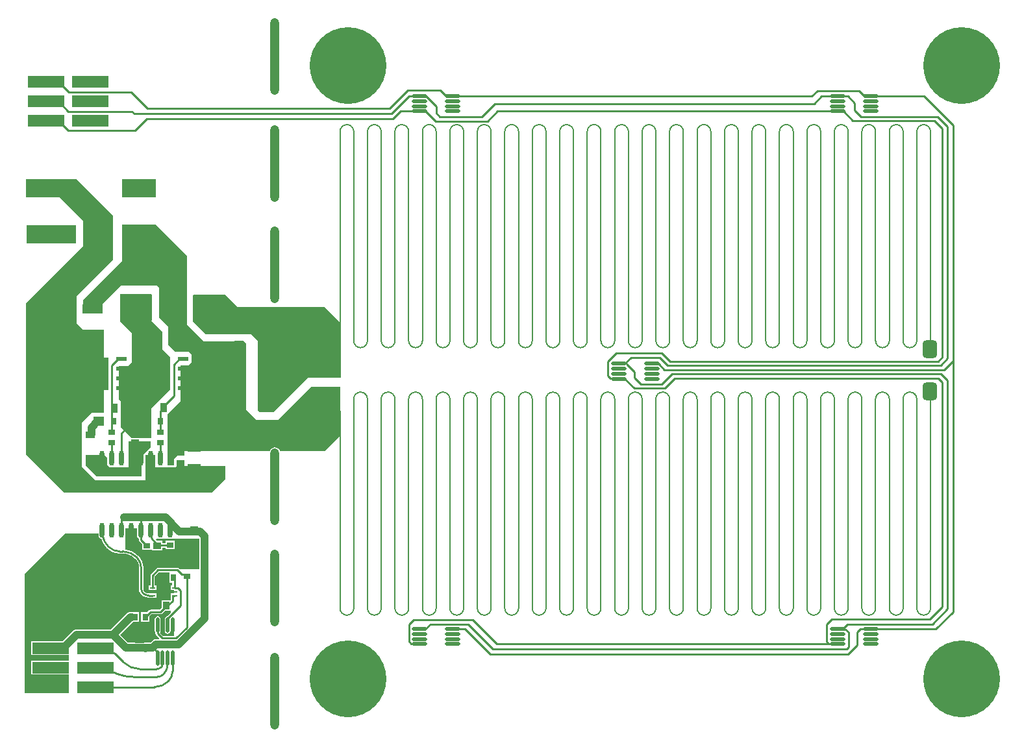
<source format=gtl>
G04*
G04 #@! TF.GenerationSoftware,Altium Limited,Altium Designer,23.9.2 (47)*
G04*
G04 Layer_Physical_Order=1*
G04 Layer_Color=255*
%FSLAX25Y25*%
%MOIN*%
G70*
G04*
G04 #@! TF.SameCoordinates,C371DFDB-9961-426A-A2C8-C1DE3340BBDC*
G04*
G04*
G04 #@! TF.FilePolarity,Positive*
G04*
G01*
G75*
%ADD10C,0.00984*%
%ADD12C,0.00787*%
%ADD17R,0.16535X0.16732*%
%ADD18R,0.05709X0.02165*%
%ADD19R,0.03740X0.03150*%
%ADD20O,0.07874X0.01772*%
G04:AMPARAMS|DCode=21|XSize=19.68mil|YSize=7.87mil|CornerRadius=1.97mil|HoleSize=0mil|Usage=FLASHONLY|Rotation=0.000|XOffset=0mil|YOffset=0mil|HoleType=Round|Shape=RoundedRectangle|*
%AMROUNDEDRECTD21*
21,1,0.01968,0.00394,0,0,0.0*
21,1,0.01575,0.00787,0,0,0.0*
1,1,0.00394,0.00787,-0.00197*
1,1,0.00394,-0.00787,-0.00197*
1,1,0.00394,-0.00787,0.00197*
1,1,0.00394,0.00787,0.00197*
%
%ADD21ROUNDEDRECTD21*%
G04:AMPARAMS|DCode=22|XSize=75.2mil|YSize=90.55mil|CornerRadius=18.8mil|HoleSize=0mil|Usage=FLASHONLY|Rotation=0.000|XOffset=0mil|YOffset=0mil|HoleType=Round|Shape=RoundedRectangle|*
%AMROUNDEDRECTD22*
21,1,0.07520,0.05295,0,0,0.0*
21,1,0.03760,0.09055,0,0,0.0*
1,1,0.03760,0.01880,-0.02648*
1,1,0.03760,-0.01880,-0.02648*
1,1,0.03760,-0.01880,0.02648*
1,1,0.03760,0.01880,0.02648*
%
%ADD22ROUNDEDRECTD22*%
G04:AMPARAMS|DCode=23|XSize=74.8mil|YSize=23.62mil|CornerRadius=9.45mil|HoleSize=0mil|Usage=FLASHONLY|Rotation=90.000|XOffset=0mil|YOffset=0mil|HoleType=Round|Shape=RoundedRectangle|*
%AMROUNDEDRECTD23*
21,1,0.07480,0.00472,0,0,90.0*
21,1,0.05591,0.02362,0,0,90.0*
1,1,0.01890,0.00236,0.02795*
1,1,0.01890,0.00236,-0.02795*
1,1,0.01890,-0.00236,-0.02795*
1,1,0.01890,-0.00236,0.02795*
%
%ADD23ROUNDEDRECTD23*%
%ADD24R,0.05709X0.04528*%
%ADD25R,0.03150X0.03740*%
%ADD26R,0.16142X0.13780*%
%ADD27R,0.03583X0.04803*%
%ADD28O,0.01772X0.07874*%
%ADD29R,0.18701X0.06000*%
%ADD30R,0.09843X0.04921*%
%ADD31R,0.04921X0.09843*%
%ADD32R,0.04724X0.03347*%
%ADD33R,0.04134X0.06299*%
%ADD34R,0.06717X0.04349*%
G04:AMPARAMS|DCode=35|XSize=53.15mil|YSize=64.96mil|CornerRadius=13.29mil|HoleSize=0mil|Usage=FLASHONLY|Rotation=90.000|XOffset=0mil|YOffset=0mil|HoleType=Round|Shape=RoundedRectangle|*
%AMROUNDEDRECTD35*
21,1,0.05315,0.03839,0,0,90.0*
21,1,0.02657,0.06496,0,0,90.0*
1,1,0.02657,0.01919,0.01329*
1,1,0.02657,0.01919,-0.01329*
1,1,0.02657,-0.01919,-0.01329*
1,1,0.02657,-0.01919,0.01329*
%
%ADD35ROUNDEDRECTD35*%
%ADD36R,0.02756X0.00984*%
%ADD37R,0.04134X0.03740*%
%ADD38R,0.03740X0.04134*%
%ADD39R,0.25591X0.09449*%
%ADD40R,0.17717X0.09449*%
%ADD41R,0.04182X0.04952*%
%ADD68C,0.03937*%
%ADD69O,0.04724X0.39370*%
%ADD70C,0.39370*%
G36*
X110630Y230315D02*
X155512D01*
X163779Y222047D01*
Y193898D01*
X146653Y193898D01*
X129134Y176378D01*
X122047D01*
X121260Y177165D01*
Y212598D01*
X117717Y216142D01*
X94488D01*
X87795Y222835D01*
Y236221D01*
X88189Y236614D01*
X104331D01*
X110630Y230315D01*
D02*
G37*
G36*
X66535Y223228D02*
X72047Y217717D01*
Y208661D01*
X75984Y204724D01*
Y187795D01*
X66535Y178347D01*
Y162992D01*
X56299D01*
X50787Y168504D01*
Y181890D01*
X49606Y183071D01*
Y200000D01*
X54331D01*
X56299Y201969D01*
Y216929D01*
X50394Y222835D01*
Y237008D01*
X66535D01*
Y223228D01*
D02*
G37*
G36*
X84646Y256693D02*
Y221260D01*
X93307Y212598D01*
X113779D01*
X114961Y211417D01*
Y177559D01*
X120276Y172244D01*
X131299D01*
X148425Y189370D01*
X163386D01*
Y164173D01*
X155512Y156299D01*
X132628D01*
X132501Y156607D01*
X132027Y157224D01*
X131410Y157697D01*
X130692Y157995D01*
X129921Y158096D01*
X129150Y157995D01*
X128432Y157697D01*
X127815Y157224D01*
X127342Y156607D01*
X127215Y156299D01*
X82972Y156299D01*
X82284Y156299D01*
X78248Y152264D01*
Y148819D01*
X74803D01*
Y156299D01*
Y175197D01*
X81496Y181890D01*
Y200394D01*
X85433D01*
X87008Y201969D01*
Y205906D01*
X85827Y207087D01*
X78740D01*
X75197Y210630D01*
Y220079D01*
X70472Y224803D01*
Y240158D01*
X69291Y241339D01*
X50787D01*
X41339Y231890D01*
Y226772D01*
X31496D01*
X31496Y233858D01*
X51575Y253937D01*
Y272441D01*
X68898D01*
X84646Y256693D01*
D02*
G37*
G36*
X65945Y157972D02*
X61516Y153543D01*
Y143110D01*
X38484D01*
X32874Y148721D01*
Y154331D01*
X42224D01*
X43602Y152953D01*
X43602Y149409D01*
X44980Y148031D01*
X54823D01*
Y161221D01*
X65945D01*
X65945Y157972D01*
D02*
G37*
G36*
X46850Y277165D02*
Y254724D01*
X27953Y235827D01*
Y222047D01*
X31496Y218504D01*
X42126D01*
X42224Y218406D01*
Y175984D01*
X36122D01*
X30906Y170768D01*
X30906Y147933D01*
X37697Y141142D01*
X63484D01*
X63484Y154134D01*
X68504Y154134D01*
X68504Y147933D01*
X79134D01*
Y148072D01*
X79488Y148425D01*
X84646Y148425D01*
X104331D01*
Y141732D01*
X104232Y141634D01*
X97736Y135039D01*
X21358Y135039D01*
X1969Y154429D01*
Y231890D01*
X31496Y261417D01*
Y274410D01*
X19291Y286614D01*
X1969D01*
Y296063D01*
X27953D01*
X46850Y277165D01*
D02*
G37*
G36*
X59252Y112106D02*
X60018Y111340D01*
Y110531D01*
X60102Y110109D01*
X60342Y109751D01*
X61614Y108478D01*
Y105512D01*
X66535D01*
X66929Y105255D01*
Y105217D01*
X72244D01*
Y106689D01*
X73622D01*
Y105807D01*
X78543D01*
Y110138D01*
X73622D01*
Y108897D01*
X72244D01*
Y110138D01*
X69376D01*
X68755Y110758D01*
X68947Y111221D01*
X70735D01*
X70886Y111190D01*
X71358D01*
X71509Y111221D01*
X75735D01*
X75886Y111190D01*
X76358D01*
X76509Y111221D01*
X91045D01*
Y95770D01*
X90847Y95571D01*
X81198D01*
X80509Y96260D01*
X80028D01*
X79921Y96281D01*
X69890D01*
X69468Y96197D01*
X69110Y95958D01*
X66345Y93193D01*
X66106Y92835D01*
X66022Y92413D01*
Y87098D01*
X65158D01*
Y84932D01*
X67019D01*
X67126Y84911D01*
X67233Y84932D01*
X69095D01*
Y87098D01*
X68230D01*
Y91955D01*
X70348Y94073D01*
X75619D01*
X75689Y93602D01*
X75689D01*
Y88681D01*
X77243D01*
Y87098D01*
X76378D01*
Y84932D01*
X78240D01*
X78248Y84931D01*
Y83182D01*
X77461D01*
X77354Y83161D01*
X76378D01*
Y82185D01*
X76357Y82078D01*
Y79797D01*
X76036Y79528D01*
X71752D01*
Y75774D01*
X70803Y74824D01*
X66052D01*
X65629Y74740D01*
X65271Y74501D01*
X64187Y73417D01*
X61221D01*
Y68495D01*
X65551D01*
Y71659D01*
X66509Y72617D01*
X71260D01*
X71682Y72701D01*
X72040Y72940D01*
X73313Y74213D01*
X76378D01*
Y73333D01*
X74613Y71568D01*
X74590Y71532D01*
X74467Y71410D01*
X74227Y71363D01*
X73739Y71036D01*
X73412Y70548D01*
X73298Y69972D01*
Y63869D01*
X73412Y63293D01*
X73739Y62805D01*
X74227Y62479D01*
X74803Y62364D01*
X75379Y62479D01*
X75867Y62805D01*
X76194Y63293D01*
X76308Y63869D01*
Y67618D01*
X78248D01*
Y61233D01*
X72505D01*
X70823Y62915D01*
X71076Y63293D01*
X71190Y63869D01*
Y69972D01*
X71076Y70548D01*
X70749Y71036D01*
X70261Y71363D01*
X69685Y71477D01*
X69109Y71363D01*
X68621Y71036D01*
X68294Y70548D01*
X68180Y69972D01*
Y63869D01*
X68294Y63293D01*
X68581Y62864D01*
Y62491D01*
X68665Y62069D01*
X68905Y61711D01*
X70494Y60121D01*
X70303Y59659D01*
X68849D01*
X68181Y59571D01*
X67558Y59313D01*
X67023Y58903D01*
X66113Y57993D01*
X63508D01*
X62840Y57905D01*
X62323Y57691D01*
X58510D01*
X58247Y57800D01*
X57579Y57888D01*
X54401D01*
X50289Y61999D01*
X56705Y68415D01*
X57066Y68463D01*
X57144Y68495D01*
X60236D01*
Y73417D01*
X57144D01*
X57066Y73449D01*
X56398Y73537D01*
X55595D01*
X54927Y73449D01*
X54305Y73191D01*
X53770Y72781D01*
X45570Y64580D01*
X28043D01*
X27375Y64492D01*
X26753Y64235D01*
X26218Y63824D01*
X21055Y58661D01*
X4823D01*
Y51480D01*
X24016D01*
Y48661D01*
X4823D01*
Y41480D01*
X24016D01*
Y31902D01*
X1634Y31824D01*
X1280Y32177D01*
Y93204D01*
X22205Y113968D01*
X39320D01*
Y112756D01*
X39439Y112157D01*
X39779Y111649D01*
X40287Y111310D01*
X40628Y111242D01*
X41358Y109481D01*
X42379Y107814D01*
X43340Y106689D01*
X43653Y106316D01*
Y106316D01*
X43653Y106316D01*
X45055Y105165D01*
X46664Y104305D01*
X48409Y103776D01*
X49729Y103646D01*
X49737Y103645D01*
X49746Y103644D01*
X50225Y103597D01*
X50227Y103597D01*
X50717Y103621D01*
X51763D01*
X51811Y103630D01*
X53502Y103463D01*
X55173Y102956D01*
X56714Y102133D01*
X58027Y101055D01*
X58054Y101015D01*
X58259Y100810D01*
X58264Y100806D01*
X59049Y99850D01*
X59635Y98753D01*
X59996Y97563D01*
X60117Y96336D01*
X60117Y96332D01*
X60117Y96329D01*
X60117Y96325D01*
Y85259D01*
X60105D01*
X60235Y84274D01*
X60615Y83357D01*
X61219Y82569D01*
X61209Y82559D01*
X62348Y81685D01*
X63674Y81136D01*
X65097Y80948D01*
Y80974D01*
X67126D01*
X67233Y80995D01*
X69095D01*
Y83161D01*
X67233D01*
X67126Y83182D01*
X65097D01*
Y83183D01*
X64252Y83294D01*
X63465Y83620D01*
X62789Y84139D01*
X62525Y84529D01*
X62443Y84651D01*
X62323Y85254D01*
X62324Y85259D01*
Y96325D01*
X62344D01*
X62344Y96333D01*
X62296Y96814D01*
X62180Y97997D01*
X61692Y99605D01*
X60900Y101086D01*
X59965Y102226D01*
X59834Y102385D01*
D01*
X59626Y102584D01*
X59624Y102585D01*
X59471Y102716D01*
X58298Y103718D01*
X56810Y104630D01*
X55199Y105297D01*
X53502Y105704D01*
X52953Y105748D01*
Y116634D01*
X59252D01*
X59252Y112106D01*
D02*
G37*
D10*
X47760Y52141D02*
G03*
X40689Y55070I-7071J-7071D01*
G01*
X46460Y42886D02*
G03*
X41188Y45070I-5272J-5272D01*
G01*
X48894Y41770D02*
G03*
X56982Y40256I8085J20836D01*
G01*
X46460Y42886D02*
G03*
X48894Y41770I10520J19719D01*
G01*
X52091Y47811D02*
G03*
X60588Y44291I8497J8497D01*
G01*
X71788Y45447D02*
G03*
X72244Y46735I-1569J1280D01*
G01*
X71720Y45373D02*
G03*
X71788Y45447I-692J700D01*
G01*
X69043Y44291D02*
G03*
X71720Y45373I29J3782D01*
G01*
X75197Y37992D02*
G03*
X77362Y43220I-5228J5228D01*
G01*
X68143Y35070D02*
G03*
X75197Y37992I0J9976D01*
G01*
X72736Y41597D02*
G03*
X74803Y46593I-5001J4996D01*
G01*
X69497Y40256D02*
G03*
X72736Y41597I4J4570D01*
G01*
X58834Y101795D02*
G03*
X51763Y104724I-7071J-7071D01*
G01*
X44448Y107113D02*
G03*
X50227Y104724I5776J5790D01*
G01*
X61221Y96332D02*
G03*
X59039Y101590I-7446J-7D01*
G01*
X41359Y112824D02*
G03*
X44448Y107113I11099J2313D01*
G01*
X61221Y96325D02*
G03*
X61221Y96332I-7446J0D01*
G01*
Y85259D02*
G03*
X62008Y83358I2688J0D01*
G01*
D02*
G03*
X65097Y82078I3089J3089D01*
G01*
X23673Y320866D02*
X58071D01*
X18752Y325787D02*
X23673Y320866D01*
X58071D02*
X63976Y326772D01*
X12402Y325787D02*
X18752D01*
X421949Y330610D02*
Y330807D01*
X207382Y330610D02*
Y330807D01*
X18752Y335787D02*
X23831Y330709D01*
X56506D02*
X57687Y329528D01*
X23831Y330709D02*
X56506D01*
X57687Y329528D02*
X189764D01*
X12402Y335787D02*
X18752D01*
X56210Y340551D02*
X64399Y332362D01*
X18752Y345787D02*
X23988Y340551D01*
X56210D01*
X12402Y345787D02*
X18752D01*
X84646Y65543D02*
Y91536D01*
X83268Y92913D02*
X84646Y91536D01*
X82185Y92913D02*
X83268D01*
X79921Y95177D02*
X82185Y92913D01*
X69890Y95177D02*
X79921D01*
X69497Y40256D02*
X69497Y40256D01*
X37598Y45070D02*
X41188D01*
X37598Y35070D02*
X68143D01*
X47760Y52141D02*
X52091Y47811D01*
X37598Y55070D02*
X40689D01*
X56982Y40256D02*
X56986Y40256D01*
X69497D01*
X60588Y44291D02*
X69043D01*
X72244Y46940D02*
Y49991D01*
X72244Y46735D02*
X72244Y46940D01*
X77362Y43220D02*
Y49991D01*
X74803Y46593D02*
Y49991D01*
X50227Y104724D02*
X50231Y104724D01*
X51763D01*
X58834Y101795D02*
X59039Y101590D01*
X41358Y113808D02*
X41359D01*
X41129Y115551D02*
X41358Y112824D01*
X61221Y85259D02*
Y96325D01*
X63779Y107874D02*
X64075D01*
X61122Y110531D02*
X63779Y107874D01*
X61122Y110531D02*
Y115551D01*
X66122D02*
X66505Y115168D01*
Y111447D02*
X69587Y108366D01*
X66505Y111447D02*
Y115168D01*
X69587Y107793D02*
Y108366D01*
Y107793D02*
X76083D01*
X67126Y92413D02*
X69890Y95177D01*
X78347Y91043D02*
X78445Y91142D01*
X78347Y86015D02*
Y91043D01*
X63681Y71350D02*
X66052Y73721D01*
X71260D01*
X74213Y76673D01*
Y76870D01*
X63681Y70956D02*
Y71350D01*
X74213Y76840D02*
Y76870D01*
Y76840D02*
X74369Y76684D01*
X77461Y82078D02*
X78347D01*
X77461Y79283D02*
Y82078D01*
X74369Y76684D02*
X77461Y79283D01*
X64399Y332362D02*
X188661D01*
X63976Y326772D02*
X190551Y326772D01*
X61122Y115551D02*
Y122146D01*
X51122Y120709D02*
X52559Y122146D01*
X51122Y115551D02*
Y120709D01*
X65097Y82078D02*
X67126D01*
X77953Y184705D02*
Y200748D01*
X72598Y179350D02*
X77953Y184705D01*
X71260Y171653D02*
Y176791D01*
Y166043D02*
Y171653D01*
X72598Y178130D02*
Y179350D01*
X71260Y176791D02*
X72598Y178130D01*
X71063Y165847D02*
X71260Y166043D01*
X71043Y160512D02*
X71063Y160531D01*
X71043Y152559D02*
Y160512D01*
X51083Y152598D02*
Y165452D01*
X51043Y152559D02*
X51083Y152598D01*
Y165452D02*
X53347Y167716D01*
X46043Y160413D02*
X46161Y160531D01*
X46043Y152559D02*
Y160413D01*
X46161Y170374D02*
X47244Y171457D01*
X46161Y165847D02*
Y170374D01*
Y172539D02*
Y178150D01*
Y200295D01*
Y172539D02*
X47244Y171457D01*
X46161Y200295D02*
X49409Y203543D01*
X67182Y55411D02*
X69685Y53043D01*
Y49991D02*
Y53043D01*
X217815Y338484D02*
X221063D01*
X214665Y341634D02*
X217815Y338484D01*
X197933Y341634D02*
X214665D01*
X188661Y332362D02*
X197933Y341634D01*
X198721Y338484D02*
X204134D01*
X189764Y329528D02*
X198721Y338484D01*
X194587Y330807D02*
X207382D01*
X190551Y326772D02*
X194587Y330807D01*
X79232Y60129D02*
X84646Y65543D01*
X80118Y86015D02*
X81496Y84637D01*
Y76889D02*
Y84637D01*
X75394Y70787D02*
X81496Y76889D01*
X231299Y69587D02*
X243701Y57185D01*
X200984Y69587D02*
X231299D01*
X243701Y57185D02*
X414217D01*
X241732Y54528D02*
X423560D01*
X209646Y67323D02*
X228937D01*
X241732Y54528D01*
X221063Y64862D02*
X227559D01*
X240354Y52067D02*
X424213D01*
X227559Y64862D02*
X240354Y52067D01*
X415917Y69882D02*
X465945D01*
X472441Y76378D01*
X413189Y67154D02*
X415917Y69882D01*
X422887Y64711D02*
X424464Y63135D01*
X422020Y64711D02*
X422887D01*
X424464Y55431D02*
Y63135D01*
X421869Y64862D02*
X422020Y64711D01*
X418701Y64862D02*
X421869D01*
X317913Y190551D02*
X328543D01*
X333760Y195768D02*
X471850D01*
X328543Y190551D02*
X333760Y195768D01*
X314469Y188484D02*
X330118D01*
X335236Y193602D02*
X470411D01*
X330118Y188484D02*
X335236Y193602D01*
X314581Y193884D02*
X317913Y190551D01*
X309547Y193405D02*
X314469Y188484D01*
X309459Y201083D02*
X312608Y204232D01*
X309459Y201083D02*
X310485D01*
X312608Y204232D02*
X327461D01*
X331299Y200394D02*
X471654D01*
X327461Y204232D02*
X331299Y200394D01*
X305020Y206594D02*
X328445D01*
X332677Y202362D01*
X470276D01*
X300787Y202362D02*
X305020Y206594D01*
X78347Y86015D02*
X80118D01*
X67126D02*
Y92413D01*
X72244Y66921D02*
Y70185D01*
X77362Y63656D02*
Y66921D01*
X72395Y63494D02*
Y66770D01*
X72244Y66921D02*
X72395Y66770D01*
X69685Y62491D02*
X72047Y60129D01*
X79232D01*
X75394Y70775D02*
Y70787D01*
X74803Y70185D02*
X75394Y70775D01*
X74803Y66921D02*
Y70185D01*
X69685Y66921D02*
X69685Y66921D01*
Y62491D02*
Y66921D01*
X306496Y201083D02*
X309459D01*
X314581Y193884D02*
Y196836D01*
X471654Y200394D02*
X475197Y203937D01*
X329752Y198031D02*
X473327D01*
X327292Y200492D02*
X329752Y198031D01*
X473327D02*
X477953Y202658D01*
X470411Y193602D02*
X472441Y191572D01*
X471850Y195768D02*
X475197Y192421D01*
Y75197D02*
Y192421D01*
X470276Y202362D02*
X472441Y204528D01*
Y322047D01*
X475197Y203937D02*
Y322835D01*
X477953Y73622D02*
Y202658D01*
Y323622D01*
X472441Y76378D02*
Y191572D01*
X306496Y193405D02*
X309547D01*
X306400Y193501D02*
X306496Y193405D01*
X323425Y201083D02*
X326689D01*
X327280Y200492D02*
X327292D01*
X326689Y201083D02*
X327280Y200492D01*
X413189Y58214D02*
X414217Y57185D01*
X418701D01*
X413189Y58214D02*
Y67154D01*
X207185Y64862D02*
X209646Y67323D01*
X198622Y58465D02*
X199751Y57336D01*
X203983D01*
X198622Y58465D02*
Y67224D01*
X203983Y57336D02*
X204134Y57185D01*
X198622Y67224D02*
X200984Y69587D01*
X204134Y64862D02*
X207185D01*
X435630Y338484D02*
X463091D01*
X432579D02*
X435630D01*
X428740Y56595D02*
Y63217D01*
X424213Y52067D02*
X428740Y56595D01*
X423560Y54528D02*
X424464Y55431D01*
X421869Y65193D02*
X422146Y65469D01*
Y65639D02*
X423829Y67323D01*
X467323D01*
X422146Y65469D02*
Y65639D01*
X467323Y67323D02*
X475197Y75197D01*
X435630Y64862D02*
X469193D01*
X428740Y63217D02*
X430385Y64862D01*
X435630D01*
X469193D02*
X477953Y73622D01*
X300787Y194882D02*
Y202362D01*
Y194882D02*
X302168Y193501D01*
X306400D01*
X310485Y200932D02*
X314581Y196836D01*
X468504Y325984D02*
X472441Y322047D01*
X470079Y327953D02*
X475197Y322835D01*
X463091Y338484D02*
X477953Y323622D01*
X430709Y327953D02*
X470079D01*
X426575Y325984D02*
X468504D01*
X427559Y331102D02*
X430709Y327953D01*
X427559Y331102D02*
Y335039D01*
X410532Y338484D02*
X418701D01*
X424114D01*
X427559Y335039D01*
X418701Y330807D02*
X421949D01*
Y330610D02*
X426575Y325984D01*
X212402Y325590D02*
X238976D01*
X244193Y330807D01*
X418701D01*
X406693Y334646D02*
X410532Y338484D01*
X236221Y327953D02*
X242913Y334646D01*
X406693D01*
X212598Y329921D02*
Y333296D01*
X208000Y337894D02*
X212598Y333296D01*
Y329921D02*
X214567Y327953D01*
X204134Y338484D02*
X207398D01*
X408268Y341339D02*
X429724D01*
X405413Y338484D02*
X408268Y341339D01*
X429724D02*
X432579Y338484D01*
X221063D02*
X405413D01*
X214567Y327953D02*
X236221D01*
X207398Y338484D02*
X207989Y337894D01*
X208000D01*
X207382Y330610D02*
X212402Y325590D01*
X49409Y203543D02*
X51181D01*
X80905Y203701D02*
X82677D01*
X77953Y200748D02*
X80905Y203701D01*
D12*
X459395Y183021D02*
G03*
X455870Y186546I-3525J0D01*
G01*
Y209344D02*
G03*
X459395Y212869I0J3525D01*
G01*
X455870Y186546D02*
G03*
X452345Y183021I0J-3525D01*
G01*
Y212869D02*
G03*
X455870Y209344I3525J0D01*
G01*
X445295Y183021D02*
G03*
X441770Y186546I-3525J0D01*
G01*
Y209344D02*
G03*
X445295Y212869I0J3525D01*
G01*
X441770Y186546D02*
G03*
X438245Y183021I0J-3525D01*
G01*
Y212869D02*
G03*
X441770Y209344I3525J0D01*
G01*
X431195Y183021D02*
G03*
X427670Y186546I-3525J0D01*
G01*
Y209344D02*
G03*
X431195Y212869I0J3525D01*
G01*
X427670Y186546D02*
G03*
X424145Y183021I0J-3525D01*
G01*
Y212869D02*
G03*
X427670Y209344I3525J0D01*
G01*
X417095Y183021D02*
G03*
X413570Y186546I-3525J0D01*
G01*
Y209344D02*
G03*
X417095Y212869I0J3525D01*
G01*
X413570Y186546D02*
G03*
X410045Y183021I0J-3525D01*
G01*
Y212869D02*
G03*
X413570Y209344I3525J0D01*
G01*
X402995Y183021D02*
G03*
X399470Y186546I-3525J0D01*
G01*
Y209344D02*
G03*
X402995Y212869I0J3525D01*
G01*
X399470Y186546D02*
G03*
X395945Y183021I0J-3525D01*
G01*
Y212869D02*
G03*
X399470Y209344I3525J0D01*
G01*
X388895Y183021D02*
G03*
X385370Y186546I-3525J0D01*
G01*
Y209344D02*
G03*
X388895Y212869I0J3525D01*
G01*
X385370Y186546D02*
G03*
X381845Y183021I0J-3525D01*
G01*
Y212869D02*
G03*
X385370Y209344I3525J0D01*
G01*
X374795Y183021D02*
G03*
X371270Y186546I-3525J0D01*
G01*
Y209344D02*
G03*
X374795Y212869I0J3525D01*
G01*
X371270Y186546D02*
G03*
X367745Y183021I0J-3525D01*
G01*
Y212869D02*
G03*
X371270Y209344I3525J0D01*
G01*
X360695Y183021D02*
G03*
X357170Y186546I-3525J0D01*
G01*
Y209344D02*
G03*
X360695Y212869I0J3525D01*
G01*
X357170Y186546D02*
G03*
X353645Y183021I0J-3525D01*
G01*
Y212869D02*
G03*
X357170Y209344I3525J0D01*
G01*
X346595Y183021D02*
G03*
X343070Y186546I-3525J0D01*
G01*
Y209344D02*
G03*
X346595Y212869I0J3525D01*
G01*
X343070Y186546D02*
G03*
X339545Y183021I0J-3525D01*
G01*
Y212869D02*
G03*
X343070Y209344I3525J0D01*
G01*
X332495Y183021D02*
G03*
X328970Y186546I-3525J0D01*
G01*
Y209344D02*
G03*
X332495Y212869I0J3525D01*
G01*
X328970Y186546D02*
G03*
X325445Y183021I0J-3525D01*
G01*
Y212869D02*
G03*
X328970Y209344I3525J0D01*
G01*
X318395Y183021D02*
G03*
X314870Y186546I-3525J0D01*
G01*
Y209344D02*
G03*
X318395Y212869I0J3525D01*
G01*
X314870Y186546D02*
G03*
X311345Y183021I0J-3525D01*
G01*
Y212869D02*
G03*
X314870Y209344I3525J0D01*
G01*
X304295Y183021D02*
G03*
X300770Y186546I-3525J0D01*
G01*
Y209344D02*
G03*
X304295Y212869I0J3525D01*
G01*
X300770Y186546D02*
G03*
X297245Y183021I0J-3525D01*
G01*
Y212869D02*
G03*
X300770Y209344I3525J0D01*
G01*
X290195Y183021D02*
G03*
X286670Y186546I-3525J0D01*
G01*
Y209344D02*
G03*
X290195Y212869I0J3525D01*
G01*
X286670Y186546D02*
G03*
X283145Y183021I0J-3525D01*
G01*
Y212869D02*
G03*
X286670Y209344I3525J0D01*
G01*
X276095Y183021D02*
G03*
X272570Y186546I-3525J0D01*
G01*
Y209344D02*
G03*
X276095Y212869I0J3525D01*
G01*
X272570Y186546D02*
G03*
X269045Y183021I0J-3525D01*
G01*
Y212869D02*
G03*
X272570Y209344I3525J0D01*
G01*
X261995Y183021D02*
G03*
X258470Y186546I-3525J0D01*
G01*
Y209344D02*
G03*
X261995Y212869I0J3525D01*
G01*
X258470Y186546D02*
G03*
X254945Y183021I0J-3525D01*
G01*
Y212869D02*
G03*
X258470Y209344I3525J0D01*
G01*
X247895Y183021D02*
G03*
X244370Y186546I-3525J0D01*
G01*
Y209344D02*
G03*
X247895Y212869I0J3525D01*
G01*
X244370Y186546D02*
G03*
X240845Y183021I0J-3525D01*
G01*
Y212869D02*
G03*
X244370Y209344I3525J0D01*
G01*
X233795Y183021D02*
G03*
X230270Y186546I-3525J0D01*
G01*
Y209344D02*
G03*
X233795Y212869I0J3525D01*
G01*
X230270Y186546D02*
G03*
X226745Y183021I0J-3525D01*
G01*
Y212869D02*
G03*
X230270Y209344I3525J0D01*
G01*
X219695Y183021D02*
G03*
X216170Y186546I-3525J0D01*
G01*
Y209344D02*
G03*
X219695Y212869I0J3525D01*
G01*
X216170Y186546D02*
G03*
X212645Y183021I0J-3525D01*
G01*
Y212869D02*
G03*
X216170Y209344I3525J0D01*
G01*
X205595Y183021D02*
G03*
X202070Y186546I-3525J0D01*
G01*
Y209344D02*
G03*
X205595Y212869I0J3525D01*
G01*
X202070Y186546D02*
G03*
X198545Y183021I0J-3525D01*
G01*
Y212869D02*
G03*
X202070Y209344I3525J0D01*
G01*
X191495Y183021D02*
G03*
X187970Y186546I-3525J0D01*
G01*
Y209344D02*
G03*
X191495Y212869I0J3525D01*
G01*
X187970Y186546D02*
G03*
X184445Y183021I0J-3525D01*
G01*
Y212869D02*
G03*
X187970Y209344I3525J0D01*
G01*
X177395Y183021D02*
G03*
X173870Y186546I-3525J0D01*
G01*
Y209344D02*
G03*
X177395Y212869I0J3525D01*
G01*
X173870Y186546D02*
G03*
X170345Y183021I0J-3525D01*
G01*
Y212869D02*
G03*
X173870Y209344I3525J0D01*
G01*
X462920Y71961D02*
G03*
X466445Y75486I0J3525D01*
G01*
Y320404D02*
G03*
X462920Y323929I-3525J0D01*
G01*
X459395Y75486D02*
G03*
X462920Y71961I3525J0D01*
G01*
Y323929D02*
G03*
X459395Y320404I0J-3525D01*
G01*
X448820Y71961D02*
G03*
X452345Y75486I0J3525D01*
G01*
Y320404D02*
G03*
X448820Y323929I-3525J0D01*
G01*
X445295Y75486D02*
G03*
X448820Y71961I3525J0D01*
G01*
Y323929D02*
G03*
X445295Y320404I0J-3525D01*
G01*
X434720Y71961D02*
G03*
X438245Y75486I0J3525D01*
G01*
Y320404D02*
G03*
X434720Y323929I-3525J0D01*
G01*
X431195Y75486D02*
G03*
X434720Y71961I3525J0D01*
G01*
Y323929D02*
G03*
X431195Y320404I0J-3525D01*
G01*
X420620Y71961D02*
G03*
X424145Y75486I0J3525D01*
G01*
Y320404D02*
G03*
X420620Y323929I-3525J0D01*
G01*
X417095Y75486D02*
G03*
X420620Y71961I3525J0D01*
G01*
Y323929D02*
G03*
X417095Y320404I0J-3525D01*
G01*
X406520Y71961D02*
G03*
X410045Y75486I0J3525D01*
G01*
Y320404D02*
G03*
X406520Y323929I-3525J0D01*
G01*
X402995Y75486D02*
G03*
X406520Y71961I3525J0D01*
G01*
Y323929D02*
G03*
X402995Y320404I0J-3525D01*
G01*
X392420Y71961D02*
G03*
X395945Y75486I0J3525D01*
G01*
Y320404D02*
G03*
X392420Y323929I-3525J0D01*
G01*
X388895Y75486D02*
G03*
X392420Y71961I3525J0D01*
G01*
Y323929D02*
G03*
X388895Y320404I0J-3525D01*
G01*
X378320Y71961D02*
G03*
X381845Y75486I0J3525D01*
G01*
Y320404D02*
G03*
X378320Y323929I-3525J0D01*
G01*
X374795Y75486D02*
G03*
X378320Y71961I3525J0D01*
G01*
Y323929D02*
G03*
X374795Y320404I0J-3525D01*
G01*
X364220Y71961D02*
G03*
X367745Y75486I0J3525D01*
G01*
Y320404D02*
G03*
X364220Y323929I-3525J0D01*
G01*
X360695Y75486D02*
G03*
X364220Y71961I3525J0D01*
G01*
Y323929D02*
G03*
X360695Y320404I0J-3525D01*
G01*
X350120Y71961D02*
G03*
X353645Y75486I0J3525D01*
G01*
Y320404D02*
G03*
X350120Y323929I-3525J0D01*
G01*
X346595Y75486D02*
G03*
X350120Y71961I3525J0D01*
G01*
Y323929D02*
G03*
X346595Y320404I0J-3525D01*
G01*
X336020Y71961D02*
G03*
X339545Y75486I0J3525D01*
G01*
Y320404D02*
G03*
X336020Y323929I-3525J0D01*
G01*
X332495Y75486D02*
G03*
X336020Y71961I3525J0D01*
G01*
Y323929D02*
G03*
X332495Y320404I0J-3525D01*
G01*
X321920Y71961D02*
G03*
X325445Y75486I0J3525D01*
G01*
Y320404D02*
G03*
X321920Y323929I-3525J0D01*
G01*
X318395Y75486D02*
G03*
X321920Y71961I3525J0D01*
G01*
Y323929D02*
G03*
X318395Y320404I0J-3525D01*
G01*
X307820Y71961D02*
G03*
X311345Y75486I0J3525D01*
G01*
Y320404D02*
G03*
X307820Y323929I-3525J0D01*
G01*
X304295Y75486D02*
G03*
X307820Y71961I3525J0D01*
G01*
Y323929D02*
G03*
X304295Y320404I0J-3525D01*
G01*
X293720Y71961D02*
G03*
X297245Y75486I0J3525D01*
G01*
Y320404D02*
G03*
X293720Y323929I-3525J0D01*
G01*
X290195Y75486D02*
G03*
X293720Y71961I3525J0D01*
G01*
Y323929D02*
G03*
X290195Y320404I0J-3525D01*
G01*
X279620Y71961D02*
G03*
X283145Y75486I0J3525D01*
G01*
Y320404D02*
G03*
X279620Y323929I-3525J0D01*
G01*
X276095Y75486D02*
G03*
X279620Y71961I3525J0D01*
G01*
Y323929D02*
G03*
X276095Y320404I0J-3525D01*
G01*
X265520Y71961D02*
G03*
X269045Y75486I0J3525D01*
G01*
Y320404D02*
G03*
X265520Y323929I-3525J0D01*
G01*
X261995Y75486D02*
G03*
X265520Y71961I3525J0D01*
G01*
Y323929D02*
G03*
X261995Y320404I0J-3525D01*
G01*
X251420Y71961D02*
G03*
X254945Y75486I0J3525D01*
G01*
Y320404D02*
G03*
X251420Y323929I-3525J0D01*
G01*
X247895Y75486D02*
G03*
X251420Y71961I3525J0D01*
G01*
Y323929D02*
G03*
X247895Y320404I0J-3525D01*
G01*
X237320Y71961D02*
G03*
X240845Y75486I0J3525D01*
G01*
Y320404D02*
G03*
X237320Y323929I-3525J0D01*
G01*
X233795Y75486D02*
G03*
X237320Y71961I3525J0D01*
G01*
Y323929D02*
G03*
X233795Y320404I0J-3525D01*
G01*
X223220Y71961D02*
G03*
X226745Y75486I0J3525D01*
G01*
Y320404D02*
G03*
X223220Y323929I-3525J0D01*
G01*
X219695Y75486D02*
G03*
X223220Y71961I3525J0D01*
G01*
Y323929D02*
G03*
X219695Y320404I0J-3525D01*
G01*
X209120Y71961D02*
G03*
X212645Y75486I0J3525D01*
G01*
Y320404D02*
G03*
X209120Y323929I-3525J0D01*
G01*
X205595Y75486D02*
G03*
X209120Y71961I3525J0D01*
G01*
Y323929D02*
G03*
X205595Y320404I0J-3525D01*
G01*
X195020Y71961D02*
G03*
X198545Y75486I0J3525D01*
G01*
Y320404D02*
G03*
X195020Y323929I-3525J0D01*
G01*
X191495Y75486D02*
G03*
X195020Y71961I3525J0D01*
G01*
Y323929D02*
G03*
X191495Y320404I0J-3525D01*
G01*
X180920Y71961D02*
G03*
X184445Y75486I0J3525D01*
G01*
Y320404D02*
G03*
X180920Y323929I-3525J0D01*
G01*
X177395Y75486D02*
G03*
X180920Y71961I3525J0D01*
G01*
Y323929D02*
G03*
X177395Y320404I0J-3525D01*
G01*
X166820Y71961D02*
G03*
X170345Y75486I0J3525D01*
G01*
Y320404D02*
G03*
X166820Y323929I-3525J0D01*
G01*
X163295Y75486D02*
G03*
X166820Y71961I3525J0D01*
G01*
Y323929D02*
G03*
X163295Y320404I0J-3525D01*
G01*
Y176703D02*
G03*
X159770Y180228I-3525J0D01*
G01*
Y215661D02*
G03*
X163295Y219186I0J3525D01*
G01*
X466445Y184547D02*
X466446Y75488D01*
X466444Y320472D02*
X466445Y211516D01*
X459395Y183023D02*
X459396Y75488D01*
X459394Y320407D02*
X459395Y212871D01*
X452345Y183023D02*
X452346Y75488D01*
X452344Y320407D02*
X452345Y212871D01*
X445295Y183023D02*
X445296Y75488D01*
X445294Y320407D02*
X445295Y212871D01*
X438245Y183023D02*
X438246Y75488D01*
X438244Y320406D02*
X438245Y212871D01*
X431195Y183023D02*
X431196Y75488D01*
X431194Y320406D02*
X431195Y212871D01*
X424145Y183023D02*
X424146Y75488D01*
X424144Y320406D02*
X424145Y212871D01*
X417095Y183023D02*
X417096Y75488D01*
X417094Y320406D02*
X417095Y212871D01*
X410045Y183023D02*
X410046Y75488D01*
X410044Y320406D02*
X410045Y212871D01*
X402995Y183023D02*
X402996Y75488D01*
X402994Y320406D02*
X402995Y212871D01*
X395945Y183023D02*
X395946Y75488D01*
X395944Y320406D02*
X395945Y212871D01*
X388895Y183023D02*
X388896Y75488D01*
X388894Y320406D02*
X388895Y212871D01*
X381845Y183023D02*
X381846Y75488D01*
X381844Y320406D02*
X381845Y212871D01*
X374795Y183023D02*
X374796Y75487D01*
X374794Y320406D02*
X374795Y212871D01*
X367745Y183023D02*
X367746Y75487D01*
X367744Y320406D02*
X367745Y212871D01*
X360695Y183022D02*
X360696Y75487D01*
X360694Y320406D02*
X360695Y212871D01*
X353645Y183022D02*
X353646Y75487D01*
X353644Y320406D02*
X353645Y212871D01*
X346595Y183022D02*
X346596Y75487D01*
X346594Y320406D02*
X346595Y212870D01*
X339545Y183022D02*
X339546Y75487D01*
X339544Y320406D02*
X339545Y212870D01*
X332495Y183022D02*
X332496Y75487D01*
X332494Y320406D02*
X332495Y212870D01*
X325445Y183022D02*
X325446Y75487D01*
X325444Y320406D02*
X325445Y212870D01*
X318395Y183022D02*
X318396Y75487D01*
X318394Y320405D02*
X318395Y212870D01*
X311345Y183022D02*
X311346Y75487D01*
X311344Y320405D02*
X311345Y212870D01*
X304295Y183022D02*
X304296Y75487D01*
X304294Y320405D02*
X304295Y212870D01*
X297245Y183022D02*
X297246Y75487D01*
X297244Y320405D02*
X297245Y212870D01*
X290195Y183022D02*
X290196Y75487D01*
X290194Y320405D02*
X290195Y212870D01*
X283145Y183022D02*
X283146Y75487D01*
X283144Y320405D02*
X283145Y212870D01*
X276095Y183022D02*
X276096Y75487D01*
X276094Y320405D02*
X276095Y212870D01*
X269045Y183022D02*
X269046Y75486D01*
X269044Y320405D02*
X269045Y212870D01*
X261995Y183022D02*
X261996Y75486D01*
X261994Y320405D02*
X261995Y212870D01*
X254945Y183022D02*
X254946Y75486D01*
X254944Y320405D02*
X254945Y212870D01*
X247895Y183022D02*
X247896Y75486D01*
X247894Y320405D02*
X247895Y212870D01*
X240845Y183021D02*
X240846Y75486D01*
X240844Y320405D02*
X240845Y212870D01*
X233795Y183021D02*
X233796Y75486D01*
X233794Y320405D02*
X233795Y212870D01*
X226745Y183021D02*
X226746Y75486D01*
X226744Y320405D02*
X226745Y212869D01*
X219695Y183021D02*
X219696Y75486D01*
X219694Y320405D02*
X219695Y212869D01*
X212645Y183021D02*
X212646Y75486D01*
X212644Y320405D02*
X212645Y212869D01*
X205595Y183021D02*
X205596Y75486D01*
X205594Y320405D02*
X205595Y212869D01*
X198545Y183021D02*
X198546Y75486D01*
X198544Y320404D02*
X198545Y212869D01*
X191495Y183021D02*
X191496Y75486D01*
X191494Y320404D02*
X191495Y212869D01*
X184445Y183021D02*
X184446Y75486D01*
X184444Y320404D02*
X184445Y212869D01*
X177395Y183021D02*
X177396Y75486D01*
X177394Y320404D02*
X177395Y212869D01*
X170345Y183021D02*
X170346Y75486D01*
X170344Y320404D02*
X170345Y212869D01*
X163295Y176703D02*
X163296Y75486D01*
X163294Y320404D02*
X163295Y219186D01*
D17*
X67520Y196201D02*
D03*
X36024Y196043D02*
D03*
D18*
X82677Y203701D02*
D03*
Y198701D02*
D03*
Y193701D02*
D03*
Y188701D02*
D03*
X51181Y203543D02*
D03*
Y198543D02*
D03*
Y193543D02*
D03*
Y188543D02*
D03*
D19*
X84646Y97146D02*
D03*
Y91831D02*
D03*
X46161Y160531D02*
D03*
Y165847D02*
D03*
X71063Y160531D02*
D03*
Y165847D02*
D03*
X64075Y102362D02*
D03*
Y107677D02*
D03*
X76083Y102657D02*
D03*
Y107972D02*
D03*
D20*
X435630Y57185D02*
D03*
Y59744D02*
D03*
Y62303D02*
D03*
Y64862D02*
D03*
X418701Y57185D02*
D03*
Y59744D02*
D03*
Y62303D02*
D03*
Y64862D02*
D03*
X221063Y57185D02*
D03*
Y59744D02*
D03*
Y62303D02*
D03*
Y64862D02*
D03*
X204134Y57185D02*
D03*
Y59744D02*
D03*
Y62303D02*
D03*
Y64862D02*
D03*
X435630Y330807D02*
D03*
Y333366D02*
D03*
Y335925D02*
D03*
Y338484D02*
D03*
X418701Y330807D02*
D03*
Y333366D02*
D03*
Y335925D02*
D03*
Y338484D02*
D03*
X221063Y330807D02*
D03*
Y333366D02*
D03*
Y335925D02*
D03*
Y338484D02*
D03*
X204134Y330807D02*
D03*
Y333366D02*
D03*
Y335925D02*
D03*
Y338484D02*
D03*
X323425Y193405D02*
D03*
Y195965D02*
D03*
Y198524D02*
D03*
Y201083D02*
D03*
X306496Y193405D02*
D03*
Y195965D02*
D03*
Y198524D02*
D03*
Y201083D02*
D03*
D21*
X159055Y180217D02*
D03*
Y215650D02*
D03*
D22*
X466142Y187008D02*
D03*
Y208661D02*
D03*
D23*
X76043Y152559D02*
D03*
X71043D02*
D03*
X66043D02*
D03*
X61043D02*
D03*
X56043D02*
D03*
X51043D02*
D03*
X46043D02*
D03*
X41122D02*
D03*
X76122Y115551D02*
D03*
X71122D02*
D03*
X66122D02*
D03*
X61122D02*
D03*
X56122D02*
D03*
X51122D02*
D03*
X46122D02*
D03*
X41122D02*
D03*
D24*
X39370Y178347D02*
D03*
Y171457D02*
D03*
D25*
X72539Y91142D02*
D03*
X77854D02*
D03*
X76575Y171653D02*
D03*
X71260D02*
D03*
X52559Y171457D02*
D03*
X47244D02*
D03*
X58563Y94627D02*
D03*
X63878D02*
D03*
X63386Y70956D02*
D03*
X58071D02*
D03*
D26*
X96063Y229921D02*
D03*
X58661D02*
D03*
D27*
X85472Y178740D02*
D03*
X72598D02*
D03*
X60216Y178150D02*
D03*
X47343D02*
D03*
D28*
X77362Y66921D02*
D03*
X74803D02*
D03*
X72244D02*
D03*
X69685D02*
D03*
X77362Y49991D02*
D03*
X74803D02*
D03*
X72244D02*
D03*
X69685D02*
D03*
D29*
X37598Y55070D02*
D03*
Y45070D02*
D03*
Y35070D02*
D03*
X14764Y55070D02*
D03*
Y45070D02*
D03*
Y35070D02*
D03*
X35236Y345787D02*
D03*
Y335787D02*
D03*
Y325787D02*
D03*
X12402Y345787D02*
D03*
Y335787D02*
D03*
Y325787D02*
D03*
D30*
X36220Y229134D02*
D03*
Y215748D02*
D03*
X99213Y159055D02*
D03*
Y145669D02*
D03*
D31*
X111417Y207874D02*
D03*
X124803D02*
D03*
D32*
X35236Y164715D02*
D03*
Y152707D02*
D03*
D33*
X112303Y180709D02*
D03*
X123917D02*
D03*
X112303Y189370D02*
D03*
X123917D02*
D03*
X112303Y198031D02*
D03*
X123917D02*
D03*
D34*
X88583Y157877D02*
D03*
Y147635D02*
D03*
D35*
X72736Y84047D02*
D03*
D36*
X67126Y86015D02*
D03*
Y84047D02*
D03*
Y82078D02*
D03*
X78347Y84047D02*
D03*
Y86015D02*
D03*
Y82078D02*
D03*
D37*
X57677Y55208D02*
D03*
Y60917D02*
D03*
X82776Y114961D02*
D03*
Y109252D02*
D03*
X63779Y159744D02*
D03*
Y165453D02*
D03*
X63386Y60917D02*
D03*
Y55208D02*
D03*
X69587Y101969D02*
D03*
Y107677D02*
D03*
X81496Y155610D02*
D03*
Y149902D02*
D03*
D38*
X74213Y76870D02*
D03*
X68504D02*
D03*
D39*
X14959Y291339D02*
D03*
Y267717D02*
D03*
D40*
X60234Y291339D02*
D03*
Y267717D02*
D03*
D41*
X88287Y115264D02*
D03*
Y108948D02*
D03*
X58071Y159843D02*
D03*
Y166159D02*
D03*
D68*
X46639Y61999D02*
X55595Y70956D01*
X46639Y61999D02*
X53332Y55306D01*
X57579D01*
X55595Y70956D02*
X56398D01*
X14764Y55070D02*
X21114D01*
X28043Y61999D01*
X46639D01*
X57677Y55208D02*
Y55208D01*
X57579Y55306D02*
X57677Y55208D01*
Y55208D02*
Y55208D01*
Y55208D02*
X57776Y55110D01*
X93626Y70208D02*
Y112582D01*
X80496Y57078D02*
X93626Y70208D01*
X82874Y115059D02*
X88165D01*
X82776Y114961D02*
X82874Y115059D01*
X88165D02*
X88287Y115181D01*
Y115264D01*
X91353Y114856D02*
X93626Y112582D01*
X88469Y114856D02*
X91353D01*
X88287Y115037D02*
X88469Y114856D01*
X88287Y115037D02*
Y115264D01*
X68849Y57078D02*
X80496D01*
X67182Y55411D02*
X68849Y57078D01*
X80807Y114961D02*
X82776D01*
X61122Y122146D02*
X73622D01*
X80807Y114961D01*
X52559Y122146D02*
X61122D01*
X35630Y165010D02*
Y168307D01*
X35531Y165010D02*
X35630D01*
Y168307D02*
X38780Y171457D01*
X39370D01*
X63508Y55411D02*
X67182D01*
X63386Y55289D02*
X63508Y55411D01*
X63386Y54904D02*
Y55289D01*
X57776Y55110D02*
X63263D01*
X63386Y54987D01*
Y54904D02*
Y54987D01*
D69*
X129921Y33071D02*
D03*
Y85827D02*
D03*
Y137795D02*
D03*
Y251969D02*
D03*
Y303937D02*
D03*
Y359055D02*
D03*
D70*
X482283Y354331D02*
D03*
X167323Y354331D02*
D03*
Y39370D02*
D03*
X482283D02*
D03*
M02*

</source>
